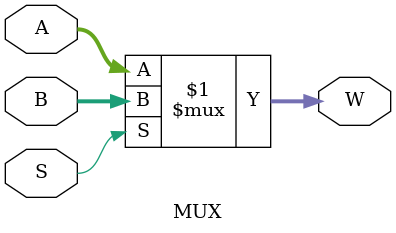
<source format=v>
module MUX(W,A,B,S);
	parameter N = 32;
	output [N-1:0]W;
	input [N-1:0]A,B;
	input S;
	
	assign W = S ? B:A;
endmodule
</source>
